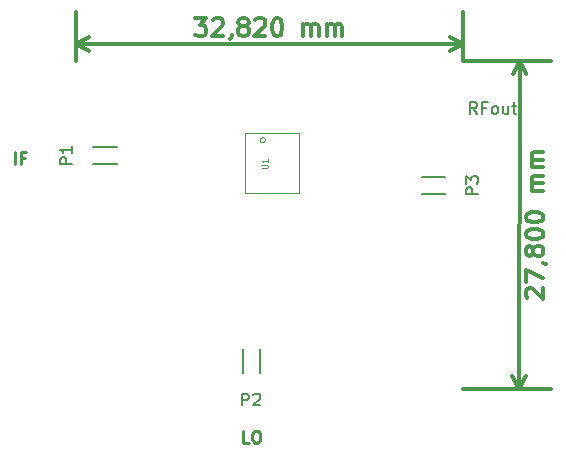
<source format=gbr>
G04 #@! TF.FileFunction,Legend,Top*
%FSLAX46Y46*%
G04 Gerber Fmt 4.6, Leading zero omitted, Abs format (unit mm)*
G04 Created by KiCad (PCBNEW 4.0.2+dfsg1-stable) date Qua 18 Mai 2016 07:39:49 BRT*
%MOMM*%
G01*
G04 APERTURE LIST*
%ADD10C,0.100000*%
%ADD11C,0.300000*%
%ADD12C,0.250000*%
%ADD13C,0.200000*%
%ADD14C,0.150000*%
%ADD15C,0.050000*%
G04 APERTURE END LIST*
D10*
D11*
X107304287Y-68438571D02*
X108232858Y-68438571D01*
X107732858Y-69010000D01*
X107947144Y-69010000D01*
X108090001Y-69081429D01*
X108161430Y-69152857D01*
X108232858Y-69295714D01*
X108232858Y-69652857D01*
X108161430Y-69795714D01*
X108090001Y-69867143D01*
X107947144Y-69938571D01*
X107518572Y-69938571D01*
X107375715Y-69867143D01*
X107304287Y-69795714D01*
X108804286Y-68581429D02*
X108875715Y-68510000D01*
X109018572Y-68438571D01*
X109375715Y-68438571D01*
X109518572Y-68510000D01*
X109590001Y-68581429D01*
X109661429Y-68724286D01*
X109661429Y-68867143D01*
X109590001Y-69081429D01*
X108732858Y-69938571D01*
X109661429Y-69938571D01*
X110375714Y-69867143D02*
X110375714Y-69938571D01*
X110304286Y-70081429D01*
X110232857Y-70152857D01*
X111232858Y-69081429D02*
X111090000Y-69010000D01*
X111018572Y-68938571D01*
X110947143Y-68795714D01*
X110947143Y-68724286D01*
X111018572Y-68581429D01*
X111090000Y-68510000D01*
X111232858Y-68438571D01*
X111518572Y-68438571D01*
X111661429Y-68510000D01*
X111732858Y-68581429D01*
X111804286Y-68724286D01*
X111804286Y-68795714D01*
X111732858Y-68938571D01*
X111661429Y-69010000D01*
X111518572Y-69081429D01*
X111232858Y-69081429D01*
X111090000Y-69152857D01*
X111018572Y-69224286D01*
X110947143Y-69367143D01*
X110947143Y-69652857D01*
X111018572Y-69795714D01*
X111090000Y-69867143D01*
X111232858Y-69938571D01*
X111518572Y-69938571D01*
X111661429Y-69867143D01*
X111732858Y-69795714D01*
X111804286Y-69652857D01*
X111804286Y-69367143D01*
X111732858Y-69224286D01*
X111661429Y-69152857D01*
X111518572Y-69081429D01*
X112375714Y-68581429D02*
X112447143Y-68510000D01*
X112590000Y-68438571D01*
X112947143Y-68438571D01*
X113090000Y-68510000D01*
X113161429Y-68581429D01*
X113232857Y-68724286D01*
X113232857Y-68867143D01*
X113161429Y-69081429D01*
X112304286Y-69938571D01*
X113232857Y-69938571D01*
X114161428Y-68438571D02*
X114304285Y-68438571D01*
X114447142Y-68510000D01*
X114518571Y-68581429D01*
X114590000Y-68724286D01*
X114661428Y-69010000D01*
X114661428Y-69367143D01*
X114590000Y-69652857D01*
X114518571Y-69795714D01*
X114447142Y-69867143D01*
X114304285Y-69938571D01*
X114161428Y-69938571D01*
X114018571Y-69867143D01*
X113947142Y-69795714D01*
X113875714Y-69652857D01*
X113804285Y-69367143D01*
X113804285Y-69010000D01*
X113875714Y-68724286D01*
X113947142Y-68581429D01*
X114018571Y-68510000D01*
X114161428Y-68438571D01*
X116447142Y-69938571D02*
X116447142Y-68938571D01*
X116447142Y-69081429D02*
X116518570Y-69010000D01*
X116661428Y-68938571D01*
X116875713Y-68938571D01*
X117018570Y-69010000D01*
X117089999Y-69152857D01*
X117089999Y-69938571D01*
X117089999Y-69152857D02*
X117161428Y-69010000D01*
X117304285Y-68938571D01*
X117518570Y-68938571D01*
X117661428Y-69010000D01*
X117732856Y-69152857D01*
X117732856Y-69938571D01*
X118447142Y-69938571D02*
X118447142Y-68938571D01*
X118447142Y-69081429D02*
X118518570Y-69010000D01*
X118661428Y-68938571D01*
X118875713Y-68938571D01*
X119018570Y-69010000D01*
X119089999Y-69152857D01*
X119089999Y-69938571D01*
X119089999Y-69152857D02*
X119161428Y-69010000D01*
X119304285Y-68938571D01*
X119518570Y-68938571D01*
X119661428Y-69010000D01*
X119732856Y-69152857D01*
X119732856Y-69938571D01*
X97180000Y-70610000D02*
X130000000Y-70610000D01*
X97180000Y-72000000D02*
X97180000Y-67910000D01*
X130000000Y-72000000D02*
X130000000Y-67910000D01*
X130000000Y-70610000D02*
X128873496Y-71196421D01*
X130000000Y-70610000D02*
X128873496Y-70023579D01*
X97180000Y-70610000D02*
X98306504Y-71196421D01*
X97180000Y-70610000D02*
X98306504Y-70023579D01*
X135414423Y-92116235D02*
X135343019Y-92044780D01*
X135271642Y-91901897D01*
X135271770Y-91544754D01*
X135343251Y-91401923D01*
X135414705Y-91330520D01*
X135557588Y-91259143D01*
X135700445Y-91259194D01*
X135914705Y-91330699D01*
X136771539Y-92188151D01*
X136771873Y-91259580D01*
X135272053Y-90759040D02*
X135272413Y-89759040D01*
X136772181Y-90402437D01*
X136701216Y-89116698D02*
X136772644Y-89116724D01*
X136915476Y-89188203D01*
X136986878Y-89259658D01*
X135915810Y-88259272D02*
X135844330Y-88402104D01*
X135772875Y-88473506D01*
X135629992Y-88544884D01*
X135558564Y-88544858D01*
X135415733Y-88473378D01*
X135344330Y-88401924D01*
X135272952Y-88259040D01*
X135273055Y-87973326D01*
X135344535Y-87830495D01*
X135415990Y-87759092D01*
X135558873Y-87687715D01*
X135630301Y-87687741D01*
X135773132Y-87759220D01*
X135844535Y-87830675D01*
X135915913Y-87973558D01*
X135915810Y-88259272D01*
X135987187Y-88402155D01*
X136058590Y-88473609D01*
X136201421Y-88545089D01*
X136487135Y-88545192D01*
X136630018Y-88473815D01*
X136701473Y-88402412D01*
X136772952Y-88259580D01*
X136773055Y-87973866D01*
X136701678Y-87830983D01*
X136630275Y-87759529D01*
X136487444Y-87688049D01*
X136201730Y-87687946D01*
X136058847Y-87759323D01*
X135987392Y-87830726D01*
X135915913Y-87973558D01*
X135273492Y-86759041D02*
X135273543Y-86616184D01*
X135345023Y-86473353D01*
X135416478Y-86401950D01*
X135559361Y-86330572D01*
X135845101Y-86259247D01*
X136202244Y-86259376D01*
X136487932Y-86330906D01*
X136630763Y-86402387D01*
X136702166Y-86473841D01*
X136773543Y-86616724D01*
X136773492Y-86759581D01*
X136702012Y-86902412D01*
X136630558Y-86973816D01*
X136487675Y-87045192D01*
X136201935Y-87116518D01*
X135844792Y-87116390D01*
X135559104Y-87044858D01*
X135416273Y-86973379D01*
X135344869Y-86901924D01*
X135273492Y-86759041D01*
X135274006Y-85330471D02*
X135274057Y-85187614D01*
X135345537Y-85044782D01*
X135416992Y-84973379D01*
X135559875Y-84902001D01*
X135845614Y-84830676D01*
X136202757Y-84830805D01*
X136488446Y-84902335D01*
X136631277Y-84973816D01*
X136702680Y-85045270D01*
X136774057Y-85188153D01*
X136774006Y-85331010D01*
X136702526Y-85473841D01*
X136631071Y-85545245D01*
X136488189Y-85616621D01*
X136202449Y-85687948D01*
X135845306Y-85687819D01*
X135559618Y-85616287D01*
X135416787Y-85544808D01*
X135345383Y-85473353D01*
X135274006Y-85330471D01*
X136774828Y-83045296D02*
X135774828Y-83044937D01*
X135917686Y-83044988D02*
X135846282Y-82973534D01*
X135774905Y-82830651D01*
X135774982Y-82616366D01*
X135846462Y-82473534D01*
X135989345Y-82402157D01*
X136775059Y-82402439D01*
X135989345Y-82402157D02*
X135846514Y-82330676D01*
X135775136Y-82187794D01*
X135775213Y-81973509D01*
X135846694Y-81830676D01*
X135989576Y-81759300D01*
X136775290Y-81759582D01*
X136775547Y-81045296D02*
X135775547Y-81044937D01*
X135918405Y-81044988D02*
X135847002Y-80973534D01*
X135775624Y-80830651D01*
X135775701Y-80616366D01*
X135847182Y-80473534D01*
X135990064Y-80402157D01*
X136775778Y-80402439D01*
X135990064Y-80402157D02*
X135847233Y-80330676D01*
X135775856Y-80187794D01*
X135775933Y-79973509D01*
X135847413Y-79830676D01*
X135990296Y-79759300D01*
X136776010Y-79759582D01*
X134740229Y-99801709D02*
X134750229Y-72001709D01*
X129990000Y-99800000D02*
X137440229Y-99802680D01*
X130000000Y-72000000D02*
X137450229Y-72002680D01*
X134750229Y-72001709D02*
X135336244Y-73128424D01*
X134750229Y-72001709D02*
X134163403Y-73128002D01*
X134740229Y-99801709D02*
X135327055Y-98675416D01*
X134740229Y-99801709D02*
X134154214Y-98674994D01*
D12*
X92031429Y-80732381D02*
X92031429Y-79732381D01*
X92840953Y-80208571D02*
X92507619Y-80208571D01*
X92507619Y-80732381D02*
X92507619Y-79732381D01*
X92983810Y-79732381D01*
X111835715Y-104352381D02*
X111359524Y-104352381D01*
X111359524Y-103352381D01*
X112359524Y-103352381D02*
X112550001Y-103352381D01*
X112645239Y-103400000D01*
X112740477Y-103495238D01*
X112788096Y-103685714D01*
X112788096Y-104019048D01*
X112740477Y-104209524D01*
X112645239Y-104304762D01*
X112550001Y-104352381D01*
X112359524Y-104352381D01*
X112264286Y-104304762D01*
X112169048Y-104209524D01*
X112121429Y-104019048D01*
X112121429Y-103685714D01*
X112169048Y-103495238D01*
X112264286Y-103400000D01*
X112359524Y-103352381D01*
D13*
X131150476Y-76522381D02*
X130817142Y-76046190D01*
X130579047Y-76522381D02*
X130579047Y-75522381D01*
X130960000Y-75522381D01*
X131055238Y-75570000D01*
X131102857Y-75617619D01*
X131150476Y-75712857D01*
X131150476Y-75855714D01*
X131102857Y-75950952D01*
X131055238Y-75998571D01*
X130960000Y-76046190D01*
X130579047Y-76046190D01*
X131912381Y-75998571D02*
X131579047Y-75998571D01*
X131579047Y-76522381D02*
X131579047Y-75522381D01*
X132055238Y-75522381D01*
X132579047Y-76522381D02*
X132483809Y-76474762D01*
X132436190Y-76427143D01*
X132388571Y-76331905D01*
X132388571Y-76046190D01*
X132436190Y-75950952D01*
X132483809Y-75903333D01*
X132579047Y-75855714D01*
X132721905Y-75855714D01*
X132817143Y-75903333D01*
X132864762Y-75950952D01*
X132912381Y-76046190D01*
X132912381Y-76331905D01*
X132864762Y-76427143D01*
X132817143Y-76474762D01*
X132721905Y-76522381D01*
X132579047Y-76522381D01*
X133769524Y-75855714D02*
X133769524Y-76522381D01*
X133340952Y-75855714D02*
X133340952Y-76379524D01*
X133388571Y-76474762D01*
X133483809Y-76522381D01*
X133626667Y-76522381D01*
X133721905Y-76474762D01*
X133769524Y-76427143D01*
X134102857Y-75855714D02*
X134483809Y-75855714D01*
X134245714Y-75522381D02*
X134245714Y-76379524D01*
X134293333Y-76474762D01*
X134388571Y-76522381D01*
X134483809Y-76522381D01*
D14*
X98630000Y-79299500D02*
X100630000Y-79299500D01*
X98630000Y-80780500D02*
X100630000Y-80780500D01*
X111299500Y-98450000D02*
X111299500Y-96450000D01*
X112780500Y-98450000D02*
X112780500Y-96450000D01*
X128460000Y-83330500D02*
X126460000Y-83330500D01*
X128460000Y-81849500D02*
X126460000Y-81849500D01*
D15*
X113240217Y-78750000D02*
G75*
G03X113240217Y-78750000I-230217J0D01*
G01*
X111503000Y-78130000D02*
X111503000Y-83210000D01*
X116077000Y-78130000D02*
X116077000Y-83210000D01*
X116077000Y-83210000D02*
X111503000Y-83210000D01*
X111503000Y-78130000D02*
X116077000Y-78130000D01*
D14*
X96852381Y-80778095D02*
X95852381Y-80778095D01*
X95852381Y-80397142D01*
X95900000Y-80301904D01*
X95947619Y-80254285D01*
X96042857Y-80206666D01*
X96185714Y-80206666D01*
X96280952Y-80254285D01*
X96328571Y-80301904D01*
X96376190Y-80397142D01*
X96376190Y-80778095D01*
X96852381Y-79254285D02*
X96852381Y-79825714D01*
X96852381Y-79540000D02*
X95852381Y-79540000D01*
X95995238Y-79635238D01*
X96090476Y-79730476D01*
X96138095Y-79825714D01*
X111271905Y-101202381D02*
X111271905Y-100202381D01*
X111652858Y-100202381D01*
X111748096Y-100250000D01*
X111795715Y-100297619D01*
X111843334Y-100392857D01*
X111843334Y-100535714D01*
X111795715Y-100630952D01*
X111748096Y-100678571D01*
X111652858Y-100726190D01*
X111271905Y-100726190D01*
X112224286Y-100297619D02*
X112271905Y-100250000D01*
X112367143Y-100202381D01*
X112605239Y-100202381D01*
X112700477Y-100250000D01*
X112748096Y-100297619D01*
X112795715Y-100392857D01*
X112795715Y-100488095D01*
X112748096Y-100630952D01*
X112176667Y-101202381D01*
X112795715Y-101202381D01*
X131232381Y-83318095D02*
X130232381Y-83318095D01*
X130232381Y-82937142D01*
X130280000Y-82841904D01*
X130327619Y-82794285D01*
X130422857Y-82746666D01*
X130565714Y-82746666D01*
X130660952Y-82794285D01*
X130708571Y-82841904D01*
X130756190Y-82937142D01*
X130756190Y-83318095D01*
X130232381Y-82413333D02*
X130232381Y-81794285D01*
X130613333Y-82127619D01*
X130613333Y-81984761D01*
X130660952Y-81889523D01*
X130708571Y-81841904D01*
X130803810Y-81794285D01*
X131041905Y-81794285D01*
X131137143Y-81841904D01*
X131184762Y-81889523D01*
X131232381Y-81984761D01*
X131232381Y-82270476D01*
X131184762Y-82365714D01*
X131137143Y-82413333D01*
D10*
X112926190Y-81120952D02*
X113330952Y-81120952D01*
X113378571Y-81097143D01*
X113402381Y-81073333D01*
X113426190Y-81025714D01*
X113426190Y-80930476D01*
X113402381Y-80882857D01*
X113378571Y-80859048D01*
X113330952Y-80835238D01*
X112926190Y-80835238D01*
X113426190Y-80335238D02*
X113426190Y-80620952D01*
X113426190Y-80478095D02*
X112926190Y-80478095D01*
X112997619Y-80525714D01*
X113045238Y-80573333D01*
X113069048Y-80620952D01*
M02*

</source>
